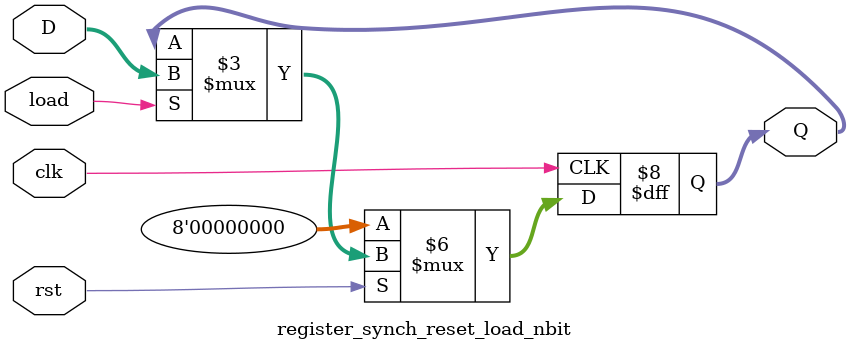
<source format=sv>
`timescale 1ns / 1ps


module register_synch_reset_load_nbit
    #(parameter n=8)
    (
    input [n-1:0] D,
    input clk,
    input rst,
    input load,
    output reg[n-1:0] Q
    );
    always @(posedge clk) begin
        if (!rst) begin //reset de active low para que funcione con el CPU_RESETN
            Q <= 'd0;
        end
        else if (load) begin
            Q <= D;
        end
    end
endmodule

//-----------
</source>
